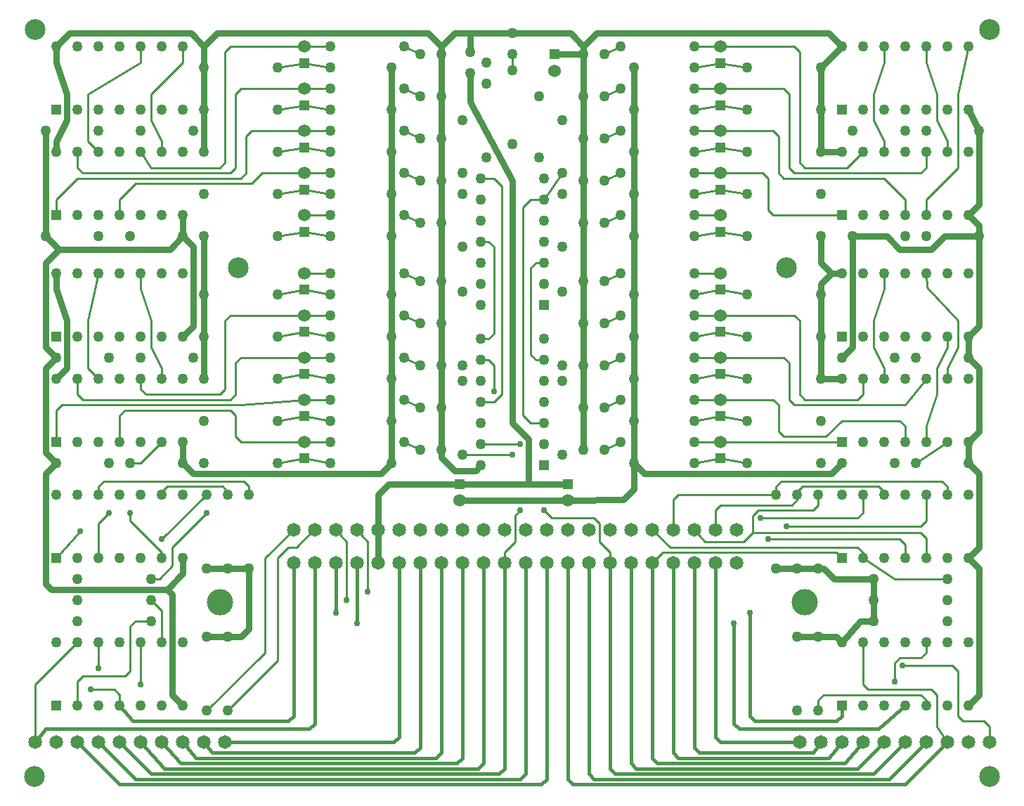
<source format=gbl>
%FSTAX24Y24*%
%MOIN*%
%IN LAYER2.GBR *%
%ADD10C,0.0100*%
%ADD11C,0.0150*%
%ADD12C,0.0300*%
%ADD13C,0.0500*%
%ADD14C,0.0600*%
%ADD15C,0.0650*%
%ADD16C,0.0984*%
%ADD17C,0.1250*%
%ADD18R,0.0500X0.0500*%
G54D13*X034551Y015717D03*G54D18*X033301Y01593D03*G54D13*
X032051Y015717D03*X038051D03*X044051Y009217D03*X012301Y019717D03*
G54D18*X013551Y01993D03*G54D13*X014801Y019717D03*X025801Y031967D03*
X004301Y015717D03*X042051Y007217D03*X041051D03*X040051D03*G54D15*
X044051Y002467D03*X026051Y010967D03*G54D13*X040051Y004217D03*
X041051D03*X042051D03*G54D12*X033926Y008092D03*G54D13*
X043051Y004217D03*X037926Y003967D03*X044051Y004217D03*X045051D03*
Y011217D03*Y015717D03*Y016717D03*Y020717D03*Y021717D03*
X045551Y026467D03*X039551D03*X039051Y020717D03*X045051Y027467D03*
X045551Y031467D03*X045051Y032467D03*Y007217D03*X044051D03*G54D18*
X039051Y021717D03*G54D13*X042051Y024717D03*X040051D03*Y021717D03*
X041051D03*X042051D03*X043051D03*X045051Y024717D03*X044051D03*G54D18*
X039051Y016717D03*G54D14*X033301D03*G54D13*X032051D03*
X042051Y019717D03*X041051D03*Y024717D03*X039051Y019717D03*X038051D03*
Y021717D03*Y023717D03*X039051Y024717D03*X038051Y026467D03*
X040051Y016717D03*X041051D03*X043051D03*X044051Y021717D03*
X045051Y019717D03*X044051D03*X043051Y024717D03*X004801Y030467D03*
X003801D03*X005801Y035467D03*X002801Y027467D03*X003801D03*X005801D03*
X006801D03*X007801Y030467D03*X006801D03*X007801Y035467D03*X028551D03*
X027801Y035092D03*X032051Y035467D03*G54D14*X033301D03*G54D13*
X040051Y030467D03*X018301Y016717D03*X019051Y016342D03*
X028551Y016717D03*X027801Y016342D03*X028551Y024717D03*
X027801Y024342D03*X032051Y024717D03*G54D14*X033301D03*G54D13*
X014801Y029467D03*G54D14*X013551D03*G54D13*X004801Y027467D03*
X018301Y029467D03*X019051Y029092D03*X012301Y023717D03*G54D18*
X013551Y02393D03*G54D13*X014801Y023717D03*X028551Y020717D03*
X027801Y020342D03*X032051Y020717D03*G54D14*X033301D03*G54D13*
X043051Y019717D03*X014801Y027467D03*G54D14*X013551D03*G54D13*
X018301D03*X019051Y027092D03*X028551Y029467D03*X027801Y029092D03*
X032051Y029467D03*G54D14*X033301D03*G54D18*X039051Y027467D03*
X024926Y023217D03*G54D13*X021926Y027217D03*Y026217D03*Y021592D03*
Y025217D03*Y024217D03*Y023217D03*X024926Y024217D03*Y025217D03*
Y020592D03*Y026217D03*Y027217D03*Y029217D03*X021926D03*Y018592D03*
Y028217D03*X029176Y034467D03*Y032467D03*Y030467D03*Y028467D03*
Y026467D03*Y023717D03*Y021717D03*Y019717D03*Y017717D03*Y015717D03*
G54D14*X026051Y01393D03*X020926D03*G54D13*X039051Y015717D03*
X034551Y023717D03*G54D18*X033301Y02393D03*G54D13*X032051Y023717D03*
G54D16*X046051Y000842D03*X046064Y036271D03*X000788D03*G54D13*
X041551Y020717D03*X042551D03*G54D18*X039051Y032467D03*G54D13*
X042051Y035467D03*X040051D03*Y032467D03*X041051D03*X042051D03*
X043051D03*X044051D03*Y035467D03*G54D18*X001801Y021717D03*G54D13*
X005801Y024717D03*X006801Y019717D03*X004801Y024717D03*X003801D03*
Y019717D03*X002801Y024717D03*X001801D03*Y019717D03*X002801Y021717D03*
X003801D03*X004801D03*X005801D03*X006801D03*X007801D03*Y026467D03*
Y027467D03*X001301Y026467D03*Y031467D03*X001801Y020717D03*Y015717D03*
X007801Y004217D03*Y011217D03*Y024717D03*X006801D03*X024676Y030217D03*
Y033092D03*X034551Y021717D03*G54D18*X033301Y02193D03*G54D13*
X032051Y021717D03*X028551Y022717D03*X027801Y022342D03*
X032051Y022717D03*G54D14*X033301D03*G54D13*X040051Y019717D03*
X021051Y031967D03*Y029467D03*Y019592D03*Y016092D03*G54D12*X023426D03*
G54D13*X025801Y019592D03*Y016092D03*X014801Y031467D03*G54D14*
X013551D03*G54D18*X001801Y027467D03*G54D13*X018301Y031467D03*
X019051Y031092D03*X034551Y026467D03*G54D18*X033301Y02668D03*G54D13*
X032051Y026467D03*X008801Y015717D03*X012301D03*G54D18*X013551Y01593D03*
G54D13*X014801Y015717D03*X028551Y027467D03*X027801Y027092D03*
X032051Y027467D03*G54D14*X033301D03*G54D13*X034551Y017717D03*G54D18*
X033301Y01793D03*G54D13*X032051Y017717D03*X038051D03*X028551Y018717D03*
X027801Y018342D03*X032051Y018717D03*G54D14*X033301D03*G54D13*
X042051Y016717D03*X014801Y033467D03*G54D14*X013551D03*G54D13*
X002801Y030467D03*X018301Y033467D03*X019051Y033092D03*
X014801Y018717D03*G54D14*X013551D03*G54D18*X001801Y016717D03*G54D13*
X018301Y018717D03*X019051Y018342D03*X003801Y031467D03*
X044051Y008217D03*X008801Y026467D03*Y023717D03*Y021717D03*Y019717D03*
X012301Y026467D03*G54D18*X013551Y02668D03*G54D13*X014801Y026467D03*
X034551Y019717D03*G54D18*X033301Y01993D03*G54D13*X032051Y019717D03*
X014801Y032467D03*G54D18*X013551Y03268D03*G54D13*X012301Y032467D03*
G54D15*X046051Y002467D03*G54D12*X041926Y006092D03*G54D15*
X003801Y002467D03*X024051Y010967D03*X009801Y002467D03*
X018051Y010967D03*G54D13*X041551Y015717D03*G54D16*X010426Y024967D03*
X036426D03*G54D13*X043051Y031467D03*Y026467D03*X002801Y010217D03*
X021051Y023842D03*Y020342D03*X025801Y023842D03*Y020342D03*
X022176Y030217D03*Y033717D03*X028551Y031467D03*X027801Y031092D03*
X032051Y031467D03*G54D14*X033301D03*G54D13*X042051Y027467D03*
X034551Y034467D03*G54D18*X033301Y03468D03*G54D13*X032051Y034467D03*
G54D18*X001801Y004217D03*G54D13*X005801Y007217D03*G54D12*Y005217D03*
G54D13*X004801Y007217D03*X001801D03*X003801Y004217D03*X005801D03*
X006801D03*X007801Y007217D03*X042051Y030467D03*X041051D03*Y035467D03*
X040051Y027467D03*X041051D03*X043051D03*X045051Y035467D03*
X044051Y027467D03*X045051Y030467D03*X044051D03*X043051Y035467D03*
X010926Y014217D03*X003801Y014217D03*X023426Y030842D03*Y034342D03*
Y035092D03*X008801Y017717D03*X012301D03*G54D18*X013551Y01793D03*G54D13*
X014801Y017717D03*Y022717D03*G54D14*X013551D03*G54D13*
X005801Y019717D03*X018301Y022717D03*X019051Y022342D03*
X005801Y020717D03*X008301D03*G54D15*X004801Y002467D03*
X023051Y010967D03*G54D12*X023801Y013467D03*G54D16*X000775Y000842D03*
G54D15*X022051Y010967D03*X005801Y002467D03*X027051Y010967D03*
X043051Y002467D03*X029051Y010967D03*X041051Y002467D03*
X031051Y010967D03*X039051Y002467D03*X014051Y010967D03*
X000801Y002467D03*G54D13*X002801Y007217D03*G54D15*X032051Y010967D03*
X038051Y002467D03*X033051Y010967D03*X037051Y002467D03*
X034051Y010967D03*Y012527D03*X033051D03*G54D13*X036926Y014217D03*
X041051Y014217D03*G54D15*X031051Y012527D03*G54D13*X035926Y014217D03*
X044051Y014217D03*G54D15*X030051Y012527D03*G54D13*X040051Y011217D03*
X044051Y010217D03*G54D15*X029051Y012527D03*X028051D03*X027051D03*
X026051D03*X025051D03*X024051D03*X023051D03*X022051D03*X021051D03*
X020051D03*X019051D03*X018051D03*X016051D03*G54D12*X016551Y009592D03*
G54D15*X015051Y012527D03*G54D12*X015551Y009217D03*G54D15*
X013051Y012527D03*G54D13*X008926Y003967D03*G54D15*X017051Y010967D03*
Y012527D03*G54D18*X020926Y014717D03*G54D13*X021426Y034217D03*G54D18*
X026051Y014717D03*G54D15*X019051Y010967D03*X008801Y002467D03*
X020051Y010967D03*X007801Y002467D03*X021051Y010967D03*
X006801Y002467D03*G54D13*X014801Y024717D03*G54D14*X013551D03*G54D13*
X018301D03*X019051Y024342D03*X034551Y032467D03*G54D18*X033301Y03268D03*
G54D13*X032051Y032467D03*X012301Y034467D03*G54D18*X013551Y03468D03*
G54D13*X014801Y034467D03*X012301Y021717D03*G54D18*X013551Y02193D03*
G54D13*X014801Y021717D03*X034551Y030467D03*G54D18*X033301Y03068D03*
G54D13*X032051Y030467D03*X012301D03*G54D18*X013551Y03068D03*G54D13*
X014801Y030467D03*X036926Y003967D03*Y007467D03*X037926Y007467D03*
X039051Y007217D03*X040551Y008217D03*Y009217D03*Y010217D03*
X037926Y010717D03*X036926D03*X035926D03*G54D17*X009551Y009092D03*
X037301D03*G54D13*X005301Y026467D03*X042551Y015717D03*
X044051Y016717D03*X008926Y007467D03*X009926Y007467D03*
X010926Y010717D03*X009926D03*X008926D03*X028551Y033467D03*
X027801Y033092D03*X032051Y033467D03*G54D14*X033301D03*G54D13*
X043051Y030467D03*X005301Y015717D03*X006801Y016717D03*
X005801Y031467D03*X008301D03*X006301Y008217D03*X002801Y004217D03*
Y008217D03*G54D15*X042051Y002467D03*X028051Y010967D03*G54D12*
X024926Y013467D03*G54D15*X045051Y002467D03*G54D13*X014801Y035467D03*
G54D14*X013551D03*G54D13*X005801Y030467D03*X018301Y035467D03*
X019051Y035092D03*X008801Y028467D03*X012301D03*G54D18*X013551Y02868D03*
G54D13*X014801Y028467D03*X009926Y003967D03*G54D15*X014051Y012527D03*
G54D13*X002801Y009217D03*X006301D03*X006801Y007217D03*
X022176Y034717D03*X021426Y035217D03*X023426Y036092D03*
X039051Y035467D03*X038051Y034467D03*Y032467D03*Y030467D03*X039051D03*
X026801Y035092D03*G54D18*X025426D03*G54D13*X026801Y033092D03*
Y031092D03*Y029092D03*Y027092D03*Y024342D03*Y022342D03*Y020342D03*
Y018342D03*Y016342D03*X008801Y034467D03*Y032467D03*Y030467D03*
X001801Y035467D03*Y030467D03*X020051Y035092D03*Y033092D03*Y031092D03*
Y029092D03*Y027092D03*Y024342D03*Y022342D03*Y020342D03*Y018342D03*
Y016342D03*X021926Y015592D03*X005801Y014217D03*X004801D03*X002801D03*
X001801D03*X002801Y011217D03*X004801D03*X005801D03*X007801Y014217D03*
X006801D03*X009926Y014217D03*X004801Y019717D03*X002801Y016717D03*
X003801D03*X004801D03*G54D14*X013551D03*G54D13*X014801D03*X005801D03*
X007801D03*Y015717D03*X017676D03*Y017717D03*Y019717D03*Y021717D03*
Y023717D03*Y026467D03*Y028467D03*Y030467D03*Y032467D03*Y034467D03*
X007801Y019717D03*G54D18*X001801Y032467D03*G54D13*X004801Y035467D03*
X003801D03*X002801D03*Y032467D03*X003801D03*X004801D03*X005801D03*
X006801D03*X007801D03*X006801Y035467D03*G54D18*X024926Y015592D03*
G54D13*X021926Y019592D03*Y017592D03*X024926Y016592D03*Y017592D03*
Y028217D03*X025801Y029467D03*X024926Y018592D03*Y019592D03*Y021592D03*
X021926Y020592D03*G54D12*X022551Y019092D03*G54D14*X025426Y034305D03*
G54D15*X001801Y002467D03*G54D13*X042051Y026467D03*G54D15*
X002801Y002467D03*X025051Y010967D03*G54D13*X004301Y020717D03*
X039551Y031467D03*X042051D03*X003801Y026467D03*X021051Y028467D03*
Y025967D03*X014801Y020717D03*G54D14*X013551D03*G54D13*
X002801Y019717D03*X018301Y020717D03*X019051Y020342D03*
X034551Y028467D03*G54D18*X033301Y02868D03*G54D13*X032051Y028467D03*
X038051D03*G54D18*X039051Y011217D03*G54D15*X030051Y010967D03*
X040051Y002467D03*G54D13*X042051Y014217D03*X039051D03*
X041051Y011217D03*X042051D03*G54D12*X035551Y012092D03*G54D13*
X043051Y011217D03*X037926Y014217D03*G54D15*X032051Y012527D03*G54D13*
X044051Y011217D03*X045051Y014217D03*X025801Y025967D03*Y028467D03*
G54D12*X016051Y008092D03*G54D15*Y010967D03*G54D12*X015051Y008592D03*
G54D15*Y010967D03*G54D12*X034676Y008592D03*G54D18*X039051Y004217D03*
G54D12*X003426Y004967D03*G54D13*X004801Y004217D03*G54D15*
X013051Y010967D03*G54D12*X023801Y016592D03*G54D13*X021926D03*G54D12*
X041551Y005342D03*G54D13*X043051Y007217D03*G54D12*X005301Y013342D03*
G54D13*X006801Y011217D03*G54D12*X004301Y013342D03*G54D13*
X003801Y011217D03*G54D12*X002926Y012467D03*G54D18*X001801Y011217D03*
G54D12*X006801Y012092D03*G54D13*X008926Y014217D03*G54D12*Y013342D03*
G54D13*X006301Y010217D03*G54D12*X003801Y005967D03*G54D13*Y007217D03*
G54D12*X036426Y012717D03*G54D13*X043051Y014217D03*G54D12*
X035176Y013092D03*G54D13*X040051Y014217D03*X001801Y035467D03*
X007801Y032467D03*X039051Y035467D03*X045051Y032467D03*
X001801Y030467D03*X007801Y027467D03*X039051Y030467D03*
X045051Y027467D03*X001801Y024717D03*X007801Y021717D03*
X039051Y024717D03*X045051Y021717D03*X001801Y019717D03*
X007801Y016717D03*X039051Y019717D03*X045051Y016717D03*
X001801Y014217D03*X007801Y011217D03*X039051Y014217D03*
X045051Y011217D03*X001801Y007217D03*X007801Y004217D03*
X039051Y007217D03*X045051Y004217D03*X021926Y023217D03*
X024926Y029217D03*X021926Y015592D03*X024926Y021592D03*G54D10*
G01X034551Y015717D02*X033301Y01593D01*X032051Y015717*X012301Y019717D02*
X013551Y01993D01*X014801Y019717*X040051Y007217D02*Y005217D01*
X040301Y004967*X043301*X043551Y004717*Y003217*X044051Y002467*G54D11*
G01X042051Y000467D01*X026301*X026051Y000717*Y010967*X042051Y004217D02*
X040801Y003092D01*X034176*X033926Y003342*Y008092*G54D10*
G01X043051Y004217D02*Y004467D01*X042801Y004717*X038176*X037926Y004467*
Y003967*G54D12*G01X045051Y004217D02*X045551Y004717D01*Y010717*
X045051Y011217*X045551Y011717*Y015217*X045051Y015717*Y016717*
X045551Y017217*Y020217*X045051Y020717*Y021717*X045551Y022217*Y026467*
X043926*X043301Y025842*X041801*X041176Y026467*X039551*Y021217*
X039051Y020717*X045551Y026467D02*Y026967D01*X045051Y027467*
X045551Y027967*Y031467*X045051Y032467*G54D10*G01X039051Y016717D02*
X033301D01*X032051*X041051Y019717D02*Y020217D01*X040551Y021217*Y022467*
X041051Y023967*Y024717*G54D12*G01X039051Y019717D02*X038051D01*Y021717*
Y023717*Y024217*X038551Y024717*X039051*X038551*X038051Y025217*Y026467*
G54D10*G01X043051Y016717D02*Y017467D01*X043551Y018967*Y020217*
X044051Y021217*Y021717*Y019717D02*Y020217D01*X044551Y021217*Y022467*
X043102Y024035*X043051Y024717*X003801Y030467D02*X003301Y030967D01*
Y033217*X005801Y034717*Y035467*X006801Y030467D02*Y030967D01*
X006301Y031967*Y033217*X007801Y034717*Y035467*X028551D02*
X027801Y035092D01*X032051Y035467D02*X033301D01*X036801*X037051Y035217*
Y029967*X037301Y029717*X039301*X040051Y030467*X018301Y016717D02*
X019051Y016342D01*X028551Y016717D02*X027801Y016342D01*
X028551Y024717D02*X027801Y024342D01*X032051Y024717D02*X033301D01*
X014801Y029467D02*X013551D01*X011551*X011051Y028967*X005551*
X004801Y028217*Y027467*X018301Y029467D02*X019051Y029092D01*
X012301Y023717D02*X013551Y02393D01*X014801Y023717*X028551Y020717D02*
X027801Y020342D01*X032051Y020717D02*X033301D01*X036301*X036551Y020467*
Y018717*X036801Y018467*X042051*X043051Y019717*X014801Y027467D02*
X013551D01*X018301D02*X019051Y027092D01*X028551Y029467D02*
X027801Y029092D01*X032051Y029467D02*X033301D01*X035301*X035551Y029217*
Y027717*X035801Y027467*X039051*X021926Y026217D02*X022301D01*
X022551Y025967*Y021842*X022301Y021592*X021926*X024926Y025217D02*
X024551D01*X024301Y024967*Y020842*X024551Y020592*X024926*
X021926Y029217D02*X022551D01*X022926Y028842*Y018967*X022551Y018592*
X021926*G54D12*G01X029176Y034467D02*Y032467D01*Y030467*Y028467*Y026467*
Y023717*Y021717*Y019717*Y017717*Y015717*Y014467*X028676Y013967*
X026051Y01393*X020926*X029176Y015717D02*X029676Y015217D01*X038551*
X039051Y015717*G54D10*G01X034551Y023717D02*X033301Y02393D01*
X032051Y023717*X005801Y024717D02*Y023967D01*X006301Y022467*Y021217*
X006801Y020217*Y019717*X003801Y024717D02*X003301Y022467D01*Y020217*
X003801Y019717*G54D12*G01X001801Y024717D02*Y023967D01*X002301Y022467*
Y020217*X001801Y019717*X007801Y021717D02*X008301Y022217D01*Y025967*
X007801Y026467*Y027467*Y026467D02*X007176Y025842D01*X001926*
X001301Y026467*Y028467*Y031467*X001926Y025842D02*X001301Y025217D01*
Y021217*X001801Y020717*X001301Y020217*Y016217*X001801Y015717*
X001301Y015217*Y009967*X001551Y009717*X001801*X007051*X007301Y009467*
Y004717*X007801Y004217*X007051Y009717D02*X007801Y010467D01*Y011217*
G54D10*G01X034551Y021717D02*X033301Y02193D01*X032051Y021717*
X028551Y022717D02*X027801Y022342D01*X032051Y022717D02*X033301D01*
X036801*X037051Y022467*Y018967*X037301Y018717*X039801*X040051Y018967*
Y019717*X021051Y016092D02*X023426D01*X014801Y031467D02*X013551D01*
X011051*X010801Y031217*Y029467*X010551Y029217*X002801*X001801Y028217*
Y027467*X018301Y031467D02*X019051Y031092D01*X034551Y026467D02*
X033301Y02668D01*X032051Y026467*X012301Y015717D02*X013551Y01593D01*
X014801Y015717*X028551Y027467D02*X027801Y027092D01*X032051Y027467D02*
X033301D01*X034551Y017717D02*X033301Y01793D01*X032051Y017717*
X028551Y018717D02*X027801Y018342D01*X032051Y018717D02*X033301D01*
X035801*X036051Y018467*Y017217*X036301Y016967*X038301*X039051Y017717*
X041801*X042051Y017467*Y016717*X014801Y033467D02*X013551D01*X010551*
X010301Y033217*Y029717*X010051Y029467*X003051*X002801Y029717*Y030467*
X018301Y033467D02*X019051Y033092D01*X014801Y018717D02*X013551D01*
X010551Y018467*X002051*X001801Y018217*Y016717*X018301Y018717D02*
X019051Y018342D01*G54D12*G01X008801Y026467D02*Y023717D01*Y021717*
Y019717*G54D10*G01X012301Y026467D02*X013551Y02668D01*X014801Y026467*
X034551Y019717D02*X033301Y01993D01*X032051Y019717*X014801Y032467D02*
X013551Y03268D01*X012301Y032467*X046051Y002467D02*Y003217D01*
X045801Y003467*X044801*X044551Y003717*Y005842*X044301Y006092*X041926*
G54D11*G01X003801Y002467D02*X005551Y000717D01*X023801*X024051Y000967*
Y010967*X009801Y002467D02*X017801D01*X018051Y002717*Y010967*G54D10*
G01X028551Y031467D02*X027801Y031092D01*X032051Y031467D02*X033301D01*
X035801*X036051Y031217*Y029467*X036301Y029217*X041051*X042051Y028217*
Y027467*X034551Y034467D02*X033301Y03468D01*X032051Y034467*
X005801Y007217D02*Y005217D01*X041051Y030467D02*Y030967D01*
X040551Y031967*Y033217*X041051Y034717*Y035467*X043051Y027467D02*
Y028217D01*X044551Y029717*Y033217*X045051Y035467*X044051Y030467D02*
Y030967D01*X043551Y031967*Y033217*X043051Y034717*Y035467*
X010926Y014217D02*X010926Y014592D01*X010676Y014842*X004051*
X003801Y014592*Y014217*X023426Y034342D02*Y035092D01*X012301Y017717D02*
X013551Y01793D01*X014801Y017717*Y022717D02*X013551D01*X010051*
X009801Y022467*Y019217*X009551Y018967*X006051*X005801Y019217*Y019717*
X018301Y022717D02*X019051Y022342D01*G54D11*G01X004801Y002467D02*
X006301Y000967D01*X022801*X023051Y001217*Y010967*G54D10*G01Y011467D01*
X023551Y011967*Y013217*X023801Y013467*G54D11*G01X022051Y010967D02*
Y001467D01*X021801Y001217*X006926*X005801Y002467*X027051Y010967D02*
Y000967D01*X027301Y000717*X041301*X043051Y002467*X029051Y010967D02*
Y001467D01*X029301Y001217*X039801*X041051Y002467*X031051Y010967D02*
Y001967D01*X031301Y001717*X038426*X039051Y002467*X014051Y010967D02*
Y003342D01*X013801Y003092*X001301*X000801Y002467*G54D10*G01Y005217D01*
X002801Y007217*G54D11*G01X032051Y010967D02*Y002217D01*X032301Y001967*
X037676*X038051Y002467*X033051Y010967D02*Y002717D01*X033301Y002467*
X037051*G54D10*G01X033051Y012527D02*Y013467D01*X033301Y013717*X036676*
X036926Y013967*Y014217*Y014342*X037176Y014592*X040801*X041051Y014342*
Y014217*X031051Y012527D02*Y013967D01*X031301Y014217*X035926*Y014592*
X036176Y014842*X043801*X044051Y014592*Y014217*X030051Y012527D02*
X030926Y011717D01*X039801*X040051Y011467*Y011217*X041551Y010217*
X044051Y010217*X016051Y012527D02*X016551Y011967D01*Y009592*
X015051Y012527D02*X015551Y011967D01*Y009217*X013051Y012527D02*
X011676Y011217D01*Y006717*X008926Y003967*G54D12*G01X017051Y010967D02*
Y012527D01*Y014217*X017551Y014717*X020926*X024176*Y016842*
X023426Y017592*Y029092*X021426Y032842*Y034217*X024176Y014717D02*
X026051D01*G54D11*G01X019051Y010967D02*Y002217D01*X018801Y001967*
X009176*X008801Y002467*X020051Y010967D02*Y001967D01*X019801Y001717*
X008426*X007801Y002467*X021051Y010967D02*Y001717D01*X020801Y001467*
X007676*X006801Y002467*G54D10*G01X014801Y024717D02*X013551D01*
X018301D02*X019051Y024342D01*X034551Y032467D02*X033301Y03268D01*
X032051Y032467*X012301Y034467D02*X013551Y03468D01*X014801Y034467*
X012301Y021717D02*X013551Y02193D01*X014801Y021717*X034551Y030467D02*
X033301Y03068D01*X032051Y030467*X012301D02*X013551Y03068D01*
X014801Y030467*G54D12*G01X036926Y007467D02*X037926Y007467D01*X038801*
X039051Y007217*X039926Y008217*X040551*Y009217*Y010217*X038676*
X038176Y010717*X037926*X036926*X035926*G54D10*G01X042551Y015717D02*
X044051Y016717D01*G54D12*G01X008926Y007467D02*X009926Y007467D01*
X010551*X010926Y007842*X010926Y010717*X009926*X008926*G54D10*
G01X028551Y033467D02*X027801Y033092D01*X032051Y033467D02*X033301D01*
X036301*X036551Y033217*Y029717*X036801Y029467*X042801*X043051Y029717*
Y030467*X005301Y015717D02*X005801D01*X006801Y016717*X006301Y008217D02*
X005551D01*X005301Y007967*Y005842*X005051Y005592*X003051*
X002801Y005342*Y004217*G54D11*G01X042051Y002467D02*X040551Y000967D01*
X028301*X028051Y001217*Y010967*G54D10*G01Y011467D01*X027551Y011967*
Y012842*X027301Y013092*X025301*X024926Y013467*X014801Y035467D02*
X013551D01*X010051*X009801Y035217*Y029967*X009551Y029717*X006301*
X005801Y030467*X018301Y035467D02*X019051Y035092D01*X012301Y028467D02*
X013551Y02868D01*X014801Y028467*X009926Y003967D02*X012301Y006342D01*
Y011217*X012801Y011717*X013176*X014051Y012592*Y012527*
X006301Y009217D02*X006801Y008717D01*Y007217*G54D12*
G01X021426Y035217D02*Y036092D01*X023426*X026176*X026801Y035467*
X027426Y036092*X038426*X039051Y035467*X038051Y034467*Y032467*Y030467*
X039051*X026801Y035467D02*Y035092D01*X025426*X026801D02*Y033092D01*
Y031092*Y029092*Y027092*Y024342*Y022342*Y020342*Y018342*Y016342*
X021426Y036092D02*X020676D01*X020051Y035467*X019426Y036092*X009426*
X008801Y035467*Y034467*Y032467*Y030467*Y035467D02*X008176Y036092D01*
X002426*X001801Y035467*Y034717*X002301Y033217*Y031967*X001801Y030967*
Y030467*X020051Y035467D02*Y035092D01*Y033092*Y031092*Y029092*Y027092*
Y024342*Y022342*Y020342*Y018342*Y016342*Y015967*X020676Y015342*X021676*
X021926Y015592*G54D10*G01X006801Y014217D02*Y014342D01*X007051Y014592*
X009676*X009926Y014342*Y014217*X004801Y016717D02*Y017967D01*
X005051Y018217*X010051*X010301Y017967*Y016967*X010551Y016717*X013551*
X014801*G54D12*G01X007801D02*Y015717D01*X008301Y015217*X017176*
X017676Y015717*Y017717*Y019717*Y021717*Y023717*Y026467*Y028467*Y030467*
Y032467*Y034467*G54D10*G01X024926Y017592D02*X024301D01*X023926Y017967*
Y027842*X024301Y028217*X024926*X025801Y029467*X021926Y020592D02*
X022301D01*X022551Y020342*Y019092*G54D11*G01X002801Y002467D02*
X004801Y000467D01*X024801*X025051Y000717*Y010967*G54D10*
G01X014801Y020717D02*X013551D01*X010551*X010301Y020467*Y018967*
X010051Y018717*X003051*X002801Y018967*Y019717*X018301Y020717D02*
X019051Y020342D01*X034551Y028467D02*X033301Y02868D01*X032051Y028467*
X039051Y011217D02*X038801Y011467D01*X030551*X030051Y010967*G54D11*
G01Y001717D01*X030301Y001467*X039176*X040051Y002467*G54D10*
G01X042051Y011217D02*Y011842D01*X041801Y012092*X035551*
X043051Y011217D02*X043068Y01213D01*X042798Y0124*X034833*Y01321*
X035091Y013467*X037676*X037926Y013717*Y014217*X034833Y0124D02*
X034401Y011967D01*X032551*X032051Y012527*G54D11*G01X016051Y008092D02*
Y010967D01*X015051Y008592D02*Y010967D01*X034676Y008592D02*Y003717D01*
X034926Y003467*X038801*X039051Y003717*Y004217*G54D10*
G01X003426Y004967D02*X004551D01*X004801Y004717*Y004217*G54D11*
G01X005426Y003467D01*X012801*X013051Y003717*Y010967*G54D10*
G01X023801Y016592D02*X021926D01*X041551Y005342D02*Y006217D01*
X041801Y006467*X042801*X043051Y006717*Y007217*X005301Y013342D02*
Y012967D01*X006801Y011467*Y011217*X004301Y013342D02*X003801Y012842D01*
Y011217*X002926Y012467D02*X001801Y011217D01*X006801Y012092D02*
X008926Y014217D01*Y013342D02*X007301Y011717D01*Y010842*X006676Y010217*
X006301*X003801Y005967D02*Y007217D01*X036426Y012717D02*X042801D01*
X043051Y012967*Y014217*X035176Y013092D02*X039801D01*X040051Y013342*
Y014217*
M02*
</source>
